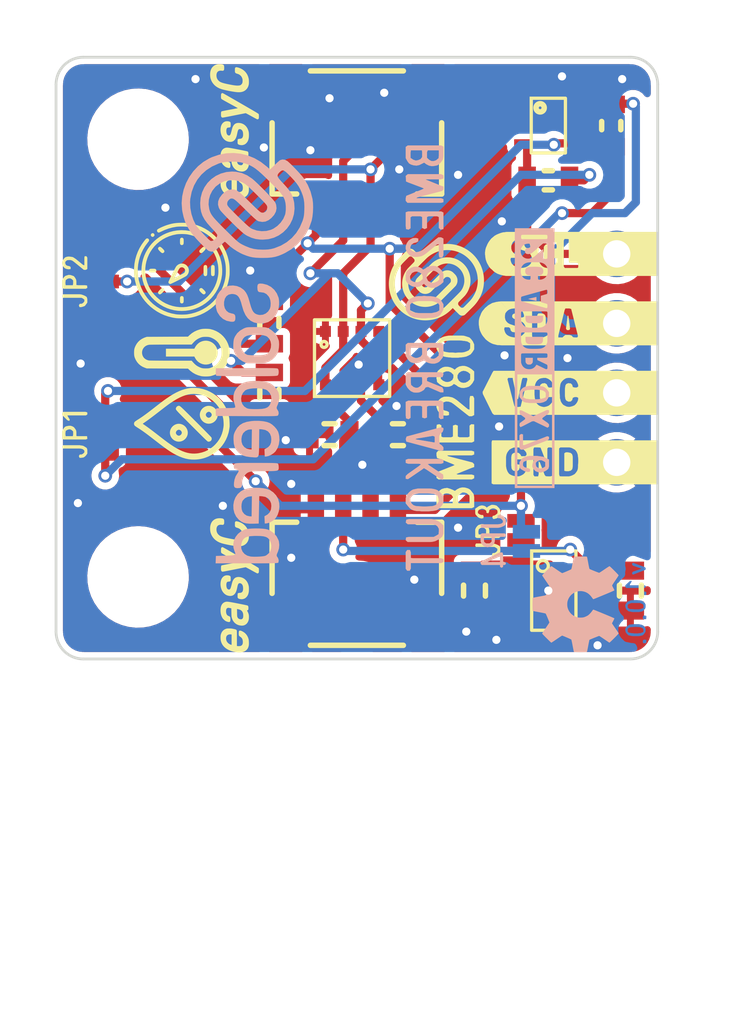
<source format=kicad_pcb>
(kicad_pcb (version 20210623) (generator pcbnew)
  (layers (0 "F.Cu" signal) (31 "B.Cu" signal) (34 "B.Paste" user) (35 "F.Paste" user) (36 "B.SilkS" user "B.Silkscreen") (37 "F.SilkS" user "F.Silkscreen") (38 "B.Mask" user) (39 "F.Mask" user) (44 "Edge.Cuts" user))
  (net 0 "")
  (net 1 "3V3")
  (net 2 "GND")
  (net 3 "5V")
  (net 4 "SDA_PULL5")
  (net 5 "SCL_PULL5")
  (net 6 "SDA_PULL3,3")
  (net 7 "SCL_PULL3,3")
  (net 8 "SDA3,3")
  (net 9 "SCL3,3")
  (net 10 "SCL5")
  (net 11 "SDA5")
  (net 13 "Net-(C3-Pad2)")
  (footprint "e-radionica.com footprinti:0603C" (layer "F.Cu") (at 112.5 121.8 180)
    (fp_text reference "C2")
    (fp_text value "0.1uF")
    (pad "1" smd rect locked (at -0.73 0 180) (size 0.66 1) (layers "F.Cu" "F.Paste" "F.Mask") (net 2 "GND"))
    (pad "2" smd rect locked (at 0.73 0 180) (size 0.66 1) (layers "F.Cu" "F.Paste" "F.Mask") (net 1 "3V3"))
  )
  (footprint "e-radionica.com footprinti:SMD-JUMPER-CONNECTED_TRACE_SLODERMASK" (layer "F.Cu") (at 117 125.3 90)
    (fp_text reference "JP3")
    (fp_text value "SMD-JUMPER-CONNECTED_TRACE_SLODERMASK")
    (fp_poly (pts (xy 0.1 0.1) (xy -0.1 0.1) (xy -0.1 -0.1) (xy 0.1 -0.1)) (layer "F.Cu") (width 0.1) (fill solid))
    (pad "1" smd rect (at -0.35 0 90) (size 0.5 1) (layers "F.Cu" "F.Mask") (net 13 "Net-(C3-Pad2)"))
    (pad "2" smd rect (at 0.35 0 90) (size 0.5 1) (layers "F.Cu" "F.Mask") (net 3 "5V"))
  )
  (footprint "e-radionica.com footprinti:0603R" (layer "F.Cu") (at 107.8 120.3 90)
    (fp_text reference "R1")
    (fp_text value "10k")
    (pad "1" smd rect locked (at -0.775 0 180) (size 1 0.64) (layers "F.Cu" "F.Paste" "F.Mask") (net 6 "SDA_PULL3,3"))
    (pad "2" smd rect locked (at 0.775 0 180) (size 1 0.64) (layers "F.Cu" "F.Paste" "F.Mask") (net 8 "SDA3,3"))
  )
  (footprint "e-radionica.com footprinti:FIDUCIAL_23" (layer "F.Cu") (at 111 128)
    (fp_text reference "FD1")
    (fp_text value "FIDUCIAL")
    (fp_circle (center 0 0) (end 1 0) (layer "F.Cu") (width 0.2) (fill none))
    (pad "1" smd circle (at 0 0) (size 1 1) (layers "F.Cu" "F.Paste" "F.Mask") (clearance 1.1))
  )
  (footprint "Soldered Graphics:Symbol-front-Pressure" (layer "F.Cu") (at 104.6 115.8 90)
    (fp_text reference "G***" hide)
    (fp_text value "LOGO" hide)
  )
  (footprint "Soldered Graphics:Logo-Back-OSH-3.5mm" (layer "F.Cu") (at 119 128 90)
    (fp_text reference "G***" hide)
    (fp_text value "LOGO" hide)
  )
  (footprint "e-radionica.com footprinti:HOLE_3.2mm" (layer "F.Cu") (at 103 111)
    (fp_text reference "H2" hide)
    (fp_text value "HOLE_3.2mm" hide)
    (pad "" np_thru_hole circle locked (at 0 0) (size 3.2 3.2) (drill 3.2) (layers F&B.Cu *.Mask))
  )
  (footprint "buzzardLabel" (layer "F.Cu") (at 122.4 122.81)
    (fp_text reference "" (at 0 0) (layer "F.SilkS") (effects (font (size 1.27 1.27))))
    (fp_text value "" (at 0 0) (layer "F.SilkS") (effects (font (size 1.27 1.27))))
  )
  (footprint "e-radionica.com footprinti:easyC-connector" (layer "F.Cu") (at 111 111.3)
    (fp_text reference "K1")
    (fp_text value "easyC-SMD")
    (pad "1" smd rect locked (at -1.5 2.15) (size 0.6 1.55) (layers "F.Cu" "F.Paste" "F.Mask") (net 9 "SCL3,3"))
    (pad "2" smd rect locked (at -0.5 2.15) (size 0.6 1.55) (layers "F.Cu" "F.Paste" "F.Mask") (net 8 "SDA3,3"))
    (pad "3" smd rect locked (at 0.5 2.15) (size 0.6 1.55) (layers "F.Cu" "F.Paste" "F.Mask") (net 1 "3V3"))
    (pad "4" smd rect locked (at 1.5 2.15) (size 0.6 1.55) (layers "F.Cu" "F.Paste" "F.Mask") (net 2 "GND"))
    (pad "5" smd rect locked (at -2.6 -2.15) (size 1.2 1.8) (layers "F.Cu" "F.Paste" "F.Mask") (net 2 "GND"))
    (pad "5" smd rect locked (at 2.6 -2.15) (size 1.2 1.8) (layers "F.Cu" "F.Paste" "F.Mask") (net 2 "GND"))
  )
  (footprint "e-radionica.com footprinti:0603R" (layer "F.Cu") (at 107.8 117.7 -90)
    (fp_text reference "R4")
    (fp_text value "10k")
    (pad "1" smd rect locked (at -0.775 0) (size 1 0.64) (layers "F.Cu" "F.Paste" "F.Mask") (net 9 "SCL3,3"))
    (pad "2" smd rect locked (at 0.775 0) (size 1 0.64) (layers "F.Cu" "F.Paste" "F.Mask") (net 7 "SCL_PULL3,3"))
  )
  (footprint "e-radionica.com footprinti:easyC-connector" (layer "F.Cu") (at 111 126.7 180)
    (fp_text reference "K3")
    (fp_text value "easyC-SMD")
    (pad "1" smd rect locked (at -1.5 2.15 180) (size 0.6 1.55) (layers "F.Cu" "F.Paste" "F.Mask") (net 9 "SCL3,3"))
    (pad "2" smd rect locked (at -0.5 2.15 180) (size 0.6 1.55) (layers "F.Cu" "F.Paste" "F.Mask") (net 8 "SDA3,3"))
    (pad "3" smd rect locked (at 0.5 2.15 180) (size 0.6 1.55) (layers "F.Cu" "F.Paste" "F.Mask") (net 1 "3V3"))
    (pad "4" smd rect locked (at 1.5 2.15 180) (size 0.6 1.55) (layers "F.Cu" "F.Paste" "F.Mask") (net 2 "GND"))
    (pad "5" smd rect locked (at -2.6 -2.15 180) (size 1.2 1.8) (layers "F.Cu" "F.Paste" "F.Mask") (net 2 "GND"))
    (pad "5" smd rect locked (at 2.6 -2.15 180) (size 1.2 1.8) (layers "F.Cu" "F.Paste" "F.Mask") (net 2 "GND"))
  )
  (footprint "e-radionica.com footprinti:SMD_JUMPER_3_PAD_TRACE" (layer "F.Cu") (at 101.8 121.8 -90)
    (fp_text reference "JP1")
    (fp_text value "SMD_JUMPER_3_PAD_TRACE")
    (fp_poly (pts (xy -0.25 0.05) (xy -0.45 0.05) (xy -0.45 -0.05) (xy -0.25 -0.05)) (layer "F.Cu") (width 0.1) (fill solid))
    (fp_poly (pts (xy 0.45 0.05) (xy 0.25 0.05) (xy 0.25 -0.05) (xy 0.45 -0.05)) (layer "F.Cu") (width 0.1) (fill solid))
    (pad "1" smd rect (at -0.7 0 90) (size 0.5 1) (layers "F.Cu" "F.Mask") (net 5 "SCL_PULL5"))
    (pad "2" smd custom (at 0 0 90) (size 0.5 1) (layers "F.Cu" "F.Mask") (net 3 "5V") (options (clearance outline) (anchor rect)) (primitives))
    (pad "3" smd rect (at 0.7 0 90) (size 0.5 1) (layers "F.Cu" "F.Mask") (net 4 "SDA_PULL5"))
  )
  (footprint "e-radionica.com footprinti:0603C" (layer "F.Cu") (at 110 121.8)
    (fp_text reference "C1")
    (fp_text value "0.1uF")
    (pad "1" smd rect locked (at -0.73 0) (size 0.66 1) (layers "F.Cu" "F.Paste" "F.Mask") (net 2 "GND"))
    (pad "2" smd rect locked (at 0.73 0) (size 0.66 1) (layers "F.Cu" "F.Paste" "F.Mask") (net 1 "3V3"))
  )
  (footprint "e-radionica.com footprinti:SOT-23-5" (layer "F.Cu") (at 118.2 127.5)
    (fp_text reference "U3")
    (fp_text value "SE5218")
    (pad "1" smd rect (at -1.3 -0.95) (size 1.1 0.6) (layers "F.Cu" "F.Paste" "F.Mask") (net 13 "Net-(C3-Pad2)"))
    (pad "2" smd rect (at -1.3 0) (size 1.1 0.6) (layers "F.Cu" "F.Paste" "F.Mask") (net 2 "GND"))
    (pad "3" smd rect (at -1.3 0.95) (size 1.1 0.6) (layers "F.Cu" "F.Paste" "F.Mask") (net 13 "Net-(C3-Pad2)"))
    (pad "4" smd rect (at 1.3 0.95) (size 1.1 0.6) (layers "F.Cu" "F.Paste" "F.Mask"))
    (pad "5" smd rect (at 1.3 -0.95) (size 1.1 0.6) (layers "F.Cu" "F.Paste" "F.Mask") (net 1 "3V3"))
  )
  (footprint "Soldered Graphics:Logo-Front-easyC-5mm" (layer "F.Cu") (at 106.5 110.7 90)
    (fp_text reference "G***" hide)
    (fp_text value "LOGO" hide)
  )
  (footprint "buzzardLabel" (layer "F.Cu") (at 122.4 117.73)
    (fp_text reference "" (at 0 0) (layer "F.SilkS") (effects (font (size 1.27 1.27))))
    (fp_text value "" (at 0 0) (layer "F.SilkS") (effects (font (size 1.27 1.27))))
  )
  (footprint "Soldered Graphics:Symbol-Front-Temperature" (layer "F.Cu") (at 104.6 118.8 90)
    (fp_text reference "G***" hide)
    (fp_text value "LOGO" hide)
  )
  (footprint "Soldered Graphics:Logo-Front-easyC-5mm" (layer "F.Cu") (at 106.5 127.3 90)
    (fp_text reference "G***" hide)
    (fp_text value "LOGO" hide)
  )
  (footprint "buzzardLabel" (layer "F.Cu") (at 100.7 121.8 90)
    (fp_text reference "" (at 0 0 90) (layer "F.SilkS") (effects (font (size 1.27 1.27))))
    (fp_text value "" (at 0 0 90) (layer "F.SilkS") (effects (font (size 1.27 1.27))))
  )
  (footprint "Soldered Graphics:Symbol-Front-Humidity" (layer "F.Cu") (at 104.6 121.4 90)
    (fp_text reference "G***" hide)
    (fp_text value "LOGO" hide)
  )
  (footprint "e-radionica.com footprinti:SOT-363" (layer "F.Cu") (at 118 110.5)
    (fp_text reference "U1")
    (fp_text value "NMOS-DUAL")
    (pad "1" smd rect (at -0.92 -0.65 90) (size 0.3 0.66) (layers "F.Cu" "F.Paste" "F.Mask") (net 8 "SDA3,3"))
    (pad "2" smd rect (at -0.92 0 90) (size 0.3 0.66) (layers "F.Cu" "F.Paste" "F.Mask") (net 1 "3V3"))
    (pad "3" smd rect (at -0.92 0.65 90) (size 0.3 0.66) (layers "F.Cu" "F.Paste" "F.Mask") (net 10 "SCL5"))
    (pad "4" smd rect (at 0.92 0.65 90) (size 0.3 0.66) (layers "F.Cu" "F.Paste" "F.Mask") (net 9 "SCL3,3"))
    (pad "5" smd rect (at 0.92 0 90) (size 0.3 0.66) (layers "F.Cu" "F.Paste" "F.Mask") (net 1 "3V3"))
    (pad "6" smd rect (at 0.92 -0.65 90) (size 0.3 0.66) (layers "F.Cu" "F.Paste" "F.Mask") (net 11 "SDA5"))
  )
  (footprint "buzzardLabel" (layer "F.Cu") (at 100.7 116.2 90)
    (fp_text reference "" (at 0 0 90) (layer "F.SilkS") (effects (font (size 1.27 1.27))))
    (fp_text value "" (at 0 0 90) (layer "F.SilkS") (effects (font (size 1.27 1.27))))
  )
  (footprint "e-radionica.com footprinti:BME280" (layer "F.Cu") (at 111 119 90)
    (fp_text reference "U2")
    (fp_text value "BME280")
    (pad "1" smd rect (at 0.975 -1.15 90) (size 0.4 0.4) (layers "F.Cu" "F.Paste" "F.Mask") (net 2 "GND"))
    (pad "2" smd rect (at 0.975 -0.5 90) (size 0.4 0.4) (layers "F.Cu" "F.Paste" "F.Mask") (net 1 "3V3"))
    (pad "3" smd rect (at 0.975 0.15 90) (size 0.4 0.4) (layers "F.Cu" "F.Paste" "F.Mask") (net 8 "SDA3,3"))
    (pad "4" smd rect (at 0.975 0.8 90) (size 0.4 0.4) (layers "F.Cu" "F.Paste" "F.Mask") (net 9 "SCL3,3"))
    (pad "5" smd rect (at -0.975 0.8 90) (size 0.4 0.4) (layers "F.Cu" "F.Paste" "F.Mask") (net 2 "GND"))
    (pad "6" smd rect (at -0.975 0.15 90) (size 0.4 0.4) (layers "F.Cu" "F.Paste" "F.Mask") (net 1 "3V3"))
    (pad "7" smd rect (at -0.975 -0.5 90) (size 0.4 0.4) (layers "F.Cu" "F.Paste" "F.Mask") (net 2 "GND"))
    (pad "8" smd rect (at -0.975 -1.15 90) (size 0.4 0.4) (layers "F.Cu" "F.Paste" "F.Mask") (net 1 "3V3"))
  )
  (footprint "Soldered Graphics:Logo-Front-Soldered-3.5mm" (layer "F.Cu") (at 113.91 116.22 90)
    (fp_text reference "G***" hide)
    (fp_text value "LOGO" hide)
  )
  (footprint "buzzardLabel" (layer "F.Cu") (at 115.8 125.3 90)
    (fp_text reference "" (at 0 0 90) (layer "F.SilkS") (effects (font (size 1.27 1.27))))
    (fp_text value "" (at 0 0 90) (layer "F.SilkS") (effects (font (size 1.27 1.27))))
  )
  (footprint "e-radionica.com footprinti:SMD_JUMPER_3_PAD_TRACE" (layer "F.Cu") (at 101.8 116.2 -90)
    (fp_text reference "JP2")
    (fp_text value "SMD_JUMPER_3_PAD_TRACE")
    (fp_poly (pts (xy -0.25 0.05) (xy -0.45 0.05) (xy -0.45 -0.05) (xy -0.25 -0.05)) (layer "F.Cu") (width 0.1) (fill solid))
    (fp_poly (pts (xy 0.45 0.05) (xy 0.25 0.05) (xy 0.25 -0.05) (xy 0.45 -0.05)) (layer "F.Cu") (width 0.1) (fill solid))
    (pad "1" smd rect (at -0.7 0 90) (size 0.5 1) (layers "F.Cu" "F.Mask") (net 7 "SCL_PULL3,3"))
    (pad "2" smd custom (at 0 0 90) (size 0.5 1) (layers "F.Cu" "F.Mask") (net 1 "3V3") (options (clearance outline) (anchor rect)) (primitives))
    (pad "3" smd rect (at 0.7 0 90) (size 0.5 1) (layers "F.Cu" "F.Mask") (net 6 "SDA_PULL3,3"))
  )
  (footprint "e-radionica.com footprinti:0603R" (layer "F.Cu") (at 120.3 110.5 -90)
    (fp_text reference "R3")
    (fp_text value "10k")
    (pad "1" smd rect locked (at -0.775 0) (size 1 0.64) (layers "F.Cu" "F.Paste" "F.Mask") (net 11 "SDA5"))
    (pad "2" smd rect locked (at 0.775 0) (size 1 0.64) (layers "F.Cu" "F.Paste" "F.Mask") (net 4 "SDA_PULL5"))
  )
  (footprint "Soldered Graphics:Logo-Back-SolderedFULL-15mm" (layer "F.Cu") (at 107 119 90)
    (fp_text reference "REF**" hide)
    (fp_text value "Logo-Front-SolderedFULL-15mm" hide)
  )
  (footprint "buzzardLabel" (layer "F.Cu") (at 114.625 121.33 90)
    (fp_text reference "" (at 0 0 90) (layer "F.SilkS") (effects (font (size 1.27 1.27))))
    (fp_text value "" (at 0 0 90) (layer "F.SilkS") (effects (font (size 1.27 1.27))))
  )
  (footprint "buzzardLabel" (layer "F.Cu") (at 122.4 120.27)
    (fp_text reference "" (at 0 0) (layer "F.SilkS") (effects (font (size 1.27 1.27))))
    (fp_text value "" (at 0 0) (layer "F.SilkS") (effects (font (size 1.27 1.27))))
  )
  (footprint "buzzardLabel" (layer "F.Cu") (at 122.4 115.19)
    (fp_text reference "" (at 0 0) (layer "F.SilkS") (effects (font (size 1.27 1.27))))
    (fp_text value "" (at 0 0) (layer "F.SilkS") (effects (font (size 1.27 1.27))))
  )
  (footprint "e-radionica.com footprinti:0603C" (layer "F.Cu") (at 121 127.5 90)
    (fp_text reference "C4")
    (fp_text value "2.2uF")
    (pad "1" smd rect locked (at -0.73 0 90) (size 0.66 1) (layers "F.Cu" "F.Paste" "F.Mask") (net 2 "GND"))
    (pad "2" smd rect locked (at 0.73 0 90) (size 0.66 1) (layers "F.Cu" "F.Paste" "F.Mask") (net 1 "3V3"))
  )
  (footprint "e-radionica.com footprinti:HOLE_3.2mm" (layer "F.Cu") (at 103 127)
    (fp_text reference "H1" hide)
    (fp_text value "HOLE_3.2mm" hide)
    (pad "" np_thru_hole circle locked (at 0 0) (size 3.2 3.2) (drill 3.2) (layers F&B.Cu *.Mask))
  )
  (footprint "e-radionica.com footprinti:0603C" (layer "F.Cu") (at 115.3 127.5 90)
    (fp_text reference "C3")
    (fp_text value "2.2uF")
    (pad "1" smd rect locked (at -0.73 0 90) (size 0.66 1) (layers "F.Cu" "F.Paste" "F.Mask") (net 2 "GND"))
    (pad "2" smd rect locked (at 0.73 0 90) (size 0.66 1) (layers "F.Cu" "F.Paste" "F.Mask") (net 13 "Net-(C3-Pad2)"))
  )
  (footprint "e-radionica.com footprinti:0603R" (layer "F.Cu") (at 118 112.5 180)
    (fp_text reference "R2")
    (fp_text value "10k")
    (pad "1" smd rect locked (at -0.775 0 270) (size 1 0.64) (layers "F.Cu" "F.Paste" "F.Mask") (net 5 "SCL_PULL5"))
    (pad "2" smd rect locked (at 0.775 0 270) (size 1 0.64) (layers "F.Cu" "F.Paste" "F.Mask") (net 10 "SCL5"))
  )
  (footprint "buzzardLabel" (layer "B.Cu") (at 117.5 121.6 -90)
    (fp_text reference "" (at 0 0 -90) (layer "B.SilkS") (effects (font (size 1.27 1.27)) (justify mirror)))
    (fp_text value "" (at 0 0 -90) (layer "B.SilkS") (effects (font (size 1.27 1.27)) (justify mirror)))
  )
  (footprint "Soldered Graphics:Symbol-Front-I2C-ADDR-Field" (layer "B.Cu") (at 117.5 119 -90)
    (fp_text reference "REF**" hide)
    (fp_text value "Symbol-Front-I2C-ADDR-Field" hide)
  )
  (footprint "e-radionica.com footprinti:HEADER_MALE_4X1" (layer "B.Cu") (at 120.5 119 90)
    (fp_text reference "K2")
    (fp_text value "HEADER_MALE_4X1")
    (pad "1" thru_hole circle locked (at -3.81 0 90) (size 1.7 1.7) (drill 1) (layers *.Cu *.Mask) (net 2 "GND"))
    (pad "2" thru_hole circle locked (at -1.27 0 90) (size 1.7 1.7) (drill 1) (layers *.Cu *.Mask) (net 3 "5V"))
    (pad "3" thru_hole circle locked (at 1.27 0 90) (size 1.7 1.7) (drill 1) (layers *.Cu *.Mask) (net 11 "SDA5"))
    (pad "4" thru_hole circle locked (at 3.81 0 90) (size 1.7 1.7) (drill 1) (layers *.Cu *.Mask) (net 10 "SCL5"))
  )
  (footprint "Soldered Graphics:Version1.0.0." (layer "B.Cu") (at 121.2 128 -90)
    (fp_text reference "Ref**" hide)
    (fp_text value "Val**" hide)
    (fp_poly (pts (xy -0.44 -0.38) (xy -0.39 -0.38) (xy -0.34 -0.37) (xy -0.34 -0.33) (xy -0.34 -0.27) (xy -0.38 -0.26) (xy -0.43 -0.26) (xy -0.46 -0.29) (xy -0.46 -0.34) (xy -0.44 -0.38)) (layer "B.Cu") (width 0.01) (fill solid))
    (fp_poly (pts (xy -0.67 -0.35) (xy -0.62 -0.35) (xy -0.6 -0.31) (xy -0.6 0.35) (xy -0.64 0.38) (xy -0.69 0.38) (xy -0.73 0.34) (xy -0.84 0.22) (xy -0.86 0.17) (xy -0.83 0.16) (xy -0.73 0.22) (xy -0.69 0.23) (xy -0.69 -0.31) (xy -0.67 -0.35)) (layer "B.Cu") (width 0.01) (fill solid))
    (fp_poly (pts (xy 1.31 -0.38) (xy 1.36 -0.38) (xy 1.41 -0.37) (xy 1.42 -0.33) (xy 1.42 -0.27) (xy 1.38 -0.26) (xy 1.33 -0.26) (xy 1.3 -0.29) (xy 1.3 -0.34) (xy 1.31 -0.38)) (layer "B.Cu") (width 0.01) (fill solid))
    (fp_poly (pts (xy 0.93 -0.35) (xy 0.99 -0.35) (xy 1.04 -0.33) (xy 1.01 -0.28) (xy 0.91 -0.28) (xy 0.87 -0.25) (xy 0.85 -0.2) (xy 0.83 -0.15) (xy 0.83 -0.11) (xy 0.82 0.01) (xy 0.83 0.13) (xy 0.83 0.17) (xy 0.84 0.22) (xy 0.87 0.27) (xy 0.9 0.3) (xy 1.01 0.3) (xy 1.04 0.26) (xy 1.05 0.21) (xy 1.06 0.15) (xy 1.07 0.05) (xy 1.07 -0.08) (xy 1.06 -0.12) (xy 1.06 -0.17) (xy 1.04 -0.22) (xy 1.02 -0.27) (xy 1.01 -0.28) (xy 1.05 -0.32) (xy 1.09 -0.29) (xy 1.12 -0.26) (xy 1.14 -0.22) (xy 1.15 -0.16) (xy 1.16 -0.11) (xy 1.16 -0.06) (xy 1.16 0.06) (xy 1.16 0.12) (xy 1.15 0.17) (xy 1.14 0.22) (xy 1.13 0.27) (xy 1.1 0.3) (xy 1.06 0.34) (xy 1.01 0.37) (xy 0.95 0.38) (xy 0.9 0.38) (xy 0.84 0.35) (xy 0.8 0.31) (xy 0.78 0.28) (xy 0.75 0.23) (xy 0.74 0.18) (xy 0.74 0.13) (xy 0.73 0.08) (xy 0.73 -0.04) (xy 0.73 -0.1) (xy 0.74 -0.14) (xy 0.75 -0.2) (xy 0.77 -0.25) (xy 0.79 -0.28) (xy 0.83 -0.32) (xy 0.89 -0.35) (xy 0.93 -0.35)) (layer "B.Cu") (width 0.01) (fill solid))
    (fp_poly (pts (xy 0.06 -0.35) (xy 0.11 -0.35) (xy 0.17 -0.33) (xy 0.13 -0.28) (xy 0.03 -0.28) (xy -0.01 -0.25) (xy -0.03 -0.2) (xy -0.05 -0.15) (xy -0.05 -0.11) (xy -0.05 0.01) (xy -0.05 0.13) (xy -0.05 0.17) (xy -0.03 0.22) (xy -0.01 0.27) (xy 0.02 0.3) (xy 0.13 0.3) (xy 0.16 0.26) (xy 0.18 0.21) (xy 0.18 0.15) (xy 0.19 0.05) (xy 0.19 -0.08) (xy 0.19 -0.12) (xy 0.18 -0.17) (xy 0.16 -0.22) (xy 0.14 -0.27) (xy 0.14 -0.28) (xy 0.17 -0.32) (xy 0.21 -0.29) (xy 0.24 -0.26) (xy 0.26 -0.22) (xy 0.27 -0.16) (xy 0.28 -0.11) (xy 0.28 -0.06) (xy 0.28 0.06) (xy 0.28 0.12) (xy 0.27 0.17) (xy 0.26 0.22) (xy 0.25 0.27) (xy 0.22 0.3) (xy 0.19 0.34) (xy 0.13 0.37) (xy 0.08 0.38) (xy 0.02 0.38) (xy -0.03 0.35) (xy -0.08 0.31) (xy -0.1 0.28) (xy -0.12 0.23) (xy -0.14 0.18) (xy -0.14 0.13) (xy -0.15 0.08) (xy -0.15 -0.04) (xy -0.14 -0.1) (xy -0.14 -0.14) (xy -0.13 -0.2) (xy -0.11 -0.25) (xy -0.08 -0.28) (xy -0.05 -0.32) (xy 0.01 -0.35) (xy 0.06 -0.35)) (layer "B.Cu") (width 0.01) (fill solid))
    (fp_poly (pts (xy -1.33 -0.35) (xy -1.27 -0.35) (xy -1.25 -0.31) (xy -1.09 0.1) (xy -1.11 0.13) (xy -1.16 0.13) (xy -1.19 0.1) (xy -1.28 -0.16) (xy -1.3 -0.21) (xy -1.32 -0.17) (xy -1.41 0.09) (xy -1.44 0.13) (xy -1.49 0.13) (xy -1.51 0.1) (xy -1.36 -0.31) (xy -1.33 -0.35)) (layer "B.Cu") (width 0.01) (fill solid))
    (fp_poly (pts (xy 0.43 -0.38) (xy 0.48 -0.38) (xy 0.54 -0.37) (xy 0.54 -0.33) (xy 0.54 -0.27) (xy 0.5 -0.26) (xy 0.45 -0.26) (xy 0.42 -0.29) (xy 0.42 -0.34) (xy 0.43 -0.38)) (layer "B.Cu") (width 0.01) (fill solid))
  )
  (footprint "e-radionica.com footprinti:SMD_JUMPER" (layer "B.Cu") (at 117.2 125.7 -90)
    (fp_text reference "JP4")
    (fp_text value "SMD_JUMPER")
    (pad "1" smd rect locked (at -0.35 0 270) (size 0.5 1) (layers "B.Cu" "B.Mask") (net 3 "5V"))
    (pad "2" smd rect locked (at 0.35 0 270) (size 0.5 1) (layers "B.Cu" "B.Mask") (net 1 "3V3"))
  )
  (footprint "buzzardLabel" (layer "B.Cu") (at 116 125.7 -90)
    (fp_text reference "" (at 0 0 90) (layer "B.SilkS") (effects (font (size 1.27 1.27)) (justify mirror)))
    (fp_text value "" (at 0 0 90) (layer "B.SilkS") (effects (font (size 1.27 1.27)) (justify mirror)))
  )
  (footprint "buzzardLabel" (layer "B.Cu") (at 113.5 119 -90)
    (fp_text reference "" (at 0 0 90) (layer "B.SilkS") (effects (font (size 1.27 1.27)) (justify mirror)))
    (fp_text value "" (at 0 0 90) (layer "B.SilkS") (effects (font (size 1.27 1.27)) (justify mirror)))
  )
  (gr_line (start 122 129) (end 122 109) (layer "Edge.Cuts") (width 0.1))
  (gr_arc (start 101 109) (end 100 109) (angle 90) (layer "Edge.Cuts") (width 0.1))
  (gr_line (start 101 108) (end 121 108) (layer "Edge.Cuts") (width 0.1))
  (gr_line (start 100 129) (end 100 109) (layer "Edge.Cuts") (width 0.1))
  (gr_arc (start 101 129) (end 101 130) (angle 90) (layer "Edge.Cuts") (width 0.1))
  (gr_arc (start 121 129) (end 121 130) (angle -90) (layer "Edge.Cuts") (width 0.1))
  (gr_arc (start 121 109) (end 121 108) (angle 90) (layer "Edge.Cuts") (width 0.1))
  (gr_line (start 121 130) (end 101 130) (layer "Edge.Cuts") (width 0.1))
  (segment (start 110.73 121.8) (end 111.77 121.8) (width 0.3) (layer "F.Cu") (net 1))
  (segment (start 118.8 126) (end 119.35 126.55) (width 0.3) (layer "F.Cu") (net 1))
  (segment (start 109.85 119.35) (end 110.5 118.7) (width 0.3) (layer "F.Cu") (net 1))
  (segment (start 109.85 119.975) (end 109.85 119.35) (width 0.3) (layer "F.Cu") (net 1))
  (segment (start 111.5 114.9) (end 110.5 115.9) (width 0.3) (layer "F.Cu") (net 1))
  (segment (start 110.5 115.9) (end 110.5 118.025) (width 0.3) (layer "F.Cu") (net 1))
  (segment (start 110.5 118.7) (end 110.5 118.025) (width 0.3) (layer "F.Cu") (net 1))
  (segment (start 111.77 121.8) (end 111.77 121.17) (width 0.3) (layer "F.Cu") (net 1))
  (segment (start 116.4 110.5) (end 117.08 110.5) (width 0.3) (layer "F.Cu") (net 1))
  (segment (start 115.6 111.3) (end 116.4 110.5) (width 0.3) (layer "F.Cu") (net 1))
  (segment (start 110.5 124.55) (end 110.5 122.03) (width 0.3) (layer "F.Cu") (net 1))
  (segment (start 111.5 113.45) (end 111.5 114.9) (width 0.3) (layer "F.Cu") (net 1))
  (segment (start 111.5 112.1) (end 112.3 111.3) (width 0.3) (layer "F.Cu") (net 1))
  (segment (start 102.6 116.2) (end 101.8 116.2) (width 0.3) (layer "F.Cu") (net 1))
  (segment (start 109.85 120.45) (end 109.85 119.975) (width 0.3) (layer "F.Cu") (net 1))
  (segment (start 119.35 126.55) (end 120.58 126.55) (width 0.3) (layer "F.Cu") (net 1))
  (segment (start 120.58 126.55) (end 120.8 126.77) (width 0.3) (layer "F.Cu") (net 1))
  (segment (start 111.15 120.55) (end 111.15 119.975) (width 0.3) (layer "F.Cu") (net 1))
  (segment (start 117.08 110.5) (end 118.92 110.5) (width 0.3) (layer "F.Cu") (net 1))
  (segment (start 110.5 126) (end 110.5 124.55) (width 0.3) (layer "F.Cu") (net 1))
  (segment (start 111.5 113.45) (end 111.5 112.1) (width 0.3) (layer "F.Cu") (net 1))
  (segment (start 110.73 121.8) (end 110.73 121.33) (width 0.3) (layer "F.Cu") (net 1))
  (segment (start 111.77 121.17) (end 111.15 120.55) (width 0.3) (layer "F.Cu") (net 1))
  (segment (start 110.73 121.33) (end 109.85 120.45) (width 0.3) (layer "F.Cu") (net 1))
  (segment (start 112.3 111.3) (end 115.6 111.3) (width 0.3) (layer "F.Cu") (net 1))
  (segment (start 110.5 122.03) (end 110.73 121.8) (width 0.3) (layer "F.Cu") (net 1))
  (via (at 111.5 112.1) (size 0.5) (drill 0.3) (layers "F.Cu" "B.Cu") (net 1))
  (via (at 118.8 126) (size 0.5) (drill 0.3) (layers "F.Cu" "B.Cu") (net 1))
  (via (at 110.5 126) (size 0.5) (drill 0.3) (layers "F.Cu" "B.Cu") (net 1))
  (via (at 102.6 116.2) (size 0.5) (drill 0.3) (layers "F.Cu" "B.Cu") (net 1))
  (segment (start 118.75 126.05) (end 117.2 126.05) (width 0.3) (layer "B.Cu") (net 1))
  (segment (start 102.6 116.2) (end 104.5 116.2) (width 0.3) (layer "B.Cu") (net 1))
  (segment (start 110.5 126) (end 110.55 126.05) (width 0.3) (layer "B.Cu") (net 1))
  (segment (start 104.5 116.2) (end 108.6 112.1) (width 0.3) (layer "B.Cu") (net 1))
  (segment (start 110.55 126.05) (end 117.2 126.05) (width 0.3) (layer "B.Cu") (net 1))
  (segment (start 108.6 112.1) (end 111.5 112.1) (width 0.3) (layer "B.Cu") (net 1))
  (segment (start 118.8 126) (end 118.75 126.05) (width 0.3) (layer "B.Cu") (net 1))
  (via (at 100.9 119.2) (size 0.5) (drill 0.3) (layers "F.Cu" "B.Cu") (net 2))
  (via (at 118.7 119) (size 0.5) (drill 0.3) (layers "F.Cu" "B.Cu") (net 2))
  (via (at 118 127.5) (size 0.5) (drill 0.3) (layers "F.Cu" "B.Cu") (net 2))
  (via (at 108.6 123.6) (size 0.5) (drill 0.3) (layers "F.Cu" "B.Cu") (net 2))
  (via (at 112.55 112.1) (size 0.5) (drill 0.3) (layers "F.Cu" "B.Cu") (net 2))
  (via (at 107.6 111.3) (size 0.5) (drill 0.3) (layers "F.Cu" "B.Cu") (net 2))
  (via (at 116.2 121.5) (size 0.5) (drill 0.3) (layers "F.Cu" "B.Cu") (net 2))
  (via (at 115 129) (size 0.5) (drill 0.3) (layers "F.Cu" "B.Cu") (net 2))
  (via (at 114.7 125.2) (size 0.5) (drill 0.3) (layers "F.Cu" "B.Cu") (net 2))
  (via (at 106.1 124.4) (size 0.5) (drill 0.3) (layers "F.Cu" "B.Cu") (net 2))
  (via (at 108.4 122) (size 0.5) (drill 0.3) (layers "F.Cu" "B.Cu") (net 2))
  (via (at 120.7 108.8) (size 0.5) (drill 0.3) (layers "F.Cu" "B.Cu") (net 2))
  (via (at 112 109.3) (size 0.5) (drill 0.3) (layers "F.Cu" "B.Cu") (net 2))
  (via (at 111.065387 119.236825) (size 0.5) (drill 0.3) (layers "F.Cu" "B.Cu") (net 2))
  (via (at 116.4 118.9) (size 0.5) (drill 0.3) (layers "F.Cu" "B.Cu") (net 2))
  (via (at 100.8 124.3) (size 0.5) (drill 0.3) (layers "F.Cu" "B.Cu") (net 2))
  (via (at 113.1 127.1) (size 0.5) (drill 0.3) (layers "F.Cu" "B.Cu") (net 2))
  (via (at 116.1 129.3) (size 0.5) (drill 0.3) (layers "F.Cu" "B.Cu") (net 2))
  (via (at 116.3 114) (size 0.5) (drill 0.3) (layers "F.Cu" "B.Cu") (net 2))
  (via (at 107.1 115.8) (size 0.5) (drill 0.3) (layers "F.Cu" "B.Cu") (net 2))
  (via (at 118.5 108.7) (size 0.5) (drill 0.3) (layers "F.Cu" "B.Cu") (net 2))
  (via (at 112.45 120.75) (size 0.5) (drill 0.3) (layers "F.Cu" "B.Cu") (net 2))
  (via (at 111.2 122.9) (size 0.5) (drill 0.3) (layers "F.Cu" "B.Cu") (net 2))
  (via (at 119.8 129.5) (size 0.5) (drill 0.3) (layers "F.Cu" "B.Cu") (net 2))
  (via (at 104 113.5) (size 0.5) (drill 0.3) (layers "F.Cu" "B.Cu") (net 2))
  (via (at 110 109.5) (size 0.5) (drill 0.3) (layers "F.Cu" "B.Cu") (net 2))
  (via (at 105.1 108.8) (size 0.5) (drill 0.3) (layers "F.Cu" "B.Cu") (net 2))
  (via (at 114.7 112.3) (size 0.5) (drill 0.3) (layers "F.Cu" "B.Cu") (net 2))
  (via (at 108.6 126.3) (size 0.5) (drill 0.3) (layers "F.Cu" "B.Cu") (net 2))
  (via (at 109.3 111.4) (size 0.5) (drill 0.3) (layers "F.Cu" "B.Cu") (net 2))
  (segment (start 118.63 120.27) (end 117 121.9) (width 0.3) (layer "F.Cu") (net 3))
  (segment (start 120.5 120.27) (end 118.63 120.27) (width 0.3) (layer "F.Cu") (net 3))
  (segment (start 117 121.9) (end 117 124.95) (width 0.3) (layer "F.Cu") (net 3))
  (segment (start 107.3 123.5) (end 105.6 121.8) (width 0.3) (layer "F.Cu") (net 3))
  (segment (start 105.6 121.8) (end 101.8 121.8) (width 0.3) (layer "F.Cu") (net 3))
  (via (at 107.3 123.5) (size 0.5) (drill 0.3) (layers "F.Cu" "B.Cu") (net 3))
  (via (at 117 124.4) (size 0.5) (drill 0.3) (layers "F.Cu" "B.Cu") (net 3))
  (segment (start 107.3 123.5) (end 108.2 124.4) (width 0.3) (layer "B.Cu") (net 3))
  (segment (start 117 124.4) (end 117 125.15) (width 0.3) (layer "B.Cu") (net 3))
  (segment (start 117 125.15) (end 117.2 125.35) (width 0.3) (layer "B.Cu") (net 3))
  (segment (start 108.2 124.4) (end 117 124.4) (width 0.3) (layer "B.Cu") (net 3))
  (segment (start 118.5 113.7) (end 119.6 113.7) (width 0.3) (layer "F.Cu") (net 4))
  (segment (start 120.3 113) (end 120.3 111.275) (width 0.3) (layer "F.Cu") (net 4))
  (segment (start 101.8 122.5) (end 101.8 123.3) (width 0.3) (layer "F.Cu") (net 4))
  (segment (start 119.6 113.7) (end 120.3 113) (width 0.3) (layer "F.Cu") (net 4))
  (via (at 101.8 123.3) (size 0.5) (drill 0.3) (layers "F.Cu" "B.Cu") (net 4))
  (via (at 118.5 113.7) (size 0.5) (drill 0.3) (layers "F.Cu" "B.Cu") (net 4))
  (segment (start 109.4 122.7) (end 118.4 113.7) (width 0.3) (layer "B.Cu") (net 4))
  (segment (start 101.8 123.3) (end 102.4 122.7) (width 0.3) (layer "B.Cu") (net 4))
  (segment (start 102.4 122.7) (end 109.4 122.7) (width 0.3) (layer "B.Cu") (net 4))
  (segment (start 118.4 113.7) (end 118.5 113.7) (width 0.3) (layer "B.Cu") (net 4))
  (segment (start 101.8 121.1) (end 101.8 120.3) (width 0.3) (layer "F.Cu") (net 5))
  (segment (start 119.3 112.5) (end 119.5 112.3) (width 0.3) (layer "F.Cu") (net 5))
  (segment (start 101.8 120.3) (end 101.9 120.2) (width 0.3) (layer "F.Cu") (net 5))
  (segment (start 118.775 112.5) (end 119.3 112.5) (width 0.3) (layer "F.Cu") (net 5))
  (via (at 101.9 120.2) (size 0.5) (drill 0.3) (layers "F.Cu" "B.Cu") (net 5))
  (via (at 119.5 112.3) (size 0.5) (drill 0.3) (layers "F.Cu" "B.Cu") (net 5))
  (segment (start 101.9 120.2) (end 109.1 120.2) (width 0.3) (layer "B.Cu") (net 5))
  (segment (start 109.1 120.2) (end 117 112.3) (width 0.3) (layer "B.Cu") (net 5))
  (segment (start 117 112.3) (end 119.5 112.3) (width 0.3) (layer "B.Cu") (net 5))
  (segment (start 107.8 121.075) (end 106.375 121.075) (width 0.3) (layer "F.Cu") (net 6))
  (segment (start 102.2 116.9) (end 101.8 116.9) (width 0.3) (layer "F.Cu") (net 6))
  (segment (start 106.375 121.075) (end 102.2 116.9) (width 0.3) (layer "F.Cu") (net 6))
  (segment (start 106.475 118.475) (end 103.5 115.5) (width 0.3) (layer "F.Cu") (net 7))
  (segment (start 107.8 118.475) (end 106.475 118.475) (width 0.3) (layer "F.Cu") (net 7))
  (segment (start 103.5 115.5) (end 101.8 115.5) (width 0.3) (layer "F.Cu") (net 7))
  (segment (start 109.3 115.9) (end 110.5 114.7) (width 0.3) (layer "F.Cu") (net 8))
  (segment (start 111.5 123.6) (end 111.8 123.3) (width 0.3) (layer "F.Cu") (net 8))
  (segment (start 114.9 110.7) (end 115.75 109.85) (width 0.3) (layer "F.Cu") (net 8))
  (segment (start 106.825 119.525) (end 107.8 119.525) (width 0.3) (layer "F.Cu") (net 8))
  (segment (start 115.75 109.85) (end 117.08 109.85) (width 0.3) (layer "F.Cu") (net 8))
  (segment (start 111.8 123.3) (end 114 123.3) (width 0.3) (layer "F.Cu") (net 8))
  (segment (start 111.15 118.025) (end 111.15 117.25) (width 0.3) (layer "F.Cu") (net 8))
  (segment (start 114.7 122.6) (end 114.7 121) (width 0.3) (layer "F.Cu") (net 8))
  (segment (start 110.5 114.7) (end 110.5 113.45) (width 0.3) (layer "F.Cu") (net 8))
  (segment (start 110.5 113.45) (end 110.5 111.8) (width 0.3) (layer "F.Cu") (net 8))
  (segment (start 112.5 118.8) (end 111.6 118.8) (width 0.3) (layer "F.Cu") (net 8))
  (segment (start 111.15 117.25) (end 111.4 117) (width 0.3) (layer "F.Cu") (net 8))
  (segment (start 114 123.3) (end 114.7 122.6) (width 0.3) (layer "F.Cu") (net 8))
  (segment (start 106.4 119.1) (end 106.825 119.525) (width 0.3) (layer "F.Cu") (net 8))
  (segment (start 111.5 124.55) (end 111.5 123.6) (width 0.3) (layer "F.Cu") (net 8))
  (segment (start 114.7 121) (end 112.5 118.8) (width 0.3) (layer "F.Cu") (net 8))
  (segment (start 110.5 111.8) (end 111.6 110.7) (width 0.3) (layer "F.Cu") (net 8))
  (segment (start 111.6 110.7) (end 114.9 110.7) (width 0.3) (layer "F.Cu") (net 8))
  (segment (start 111.6 118.8) (end 111.15 118.35) (width 0.3) (layer "F.Cu") (net 8))
  (segment (start 111.15 118.35) (end 111.15 118.025) (width 0.3) (layer "F.Cu") (net 8))
  (via (at 106.4 119.1) (size 0.5) (drill 0.3) (layers "F.Cu" "B.Cu") (net 8))
  (via (at 111.4 117) (size 0.5) (drill 0.3) (layers "F.Cu" "B.Cu") (net 8))
  (via (at 109.3 115.9) (size 0.5) (drill 0.3) (layers "F.Cu" "B.Cu") (net 8))
  (segment (start 106.4 119.1) (end 106.8 119.1) (width 0.3) (layer "B.Cu") (net 8))
  (segment (start 106.8 119.1) (end 110 115.9) (width 0.3) (layer "B.Cu") (net 8))
  (segment (start 110.3 115.9) (end 110 115.9) (width 0.3) (layer "B.Cu") (net 8))
  (segment (start 109.3 116.6) (end 110 115.9) (width 0.3) (layer "B.Cu") (net 8))
  (segment (start 110 115.9) (end 109.3 115.9) (width 0.3) (layer "B.Cu") (net 8))
  (segment (start 111.4 117) (end 110.3 115.9) (width 0.3) (layer "B.Cu") (net 8))
  (segment (start 115.3 120.1) (end 113.3 118.1) (width 0.3) (layer "F.Cu") (net 9))
  (segment (start 112.2 115) (end 112.2 117) (width 0.3) (layer "F.Cu") (net 9))
  (segment (start 118.25 111.15) (end 118.92 111.15) (width 0.3) (layer "F.Cu") (net 9))
  (segment (start 115.3 123.1) (end 115.3 120.1) (width 0.3) (layer "F.Cu") (net 9))
  (segment (start 109.5 114.5) (end 109.5 113.45) (width 0.3) (layer "F.Cu") (net 9))
  (segment (start 111.8 118.025) (end 113.225 118.025) (width 0.3) (layer "F.Cu") (net 9))
  (segment (start 118.2 111.2) (end 118.25 111.15) (width 0.3) (layer "F.Cu") (net 9))
  (segment (start 112.5 124.55) (end 113.85 124.55) (width 0.3) (layer "F.Cu") (net 9))
  (segment (start 113.3 118.1) (end 113 117.8) (width 0.3) (layer "F.Cu") (net 9))
  (segment (start 107.8 116.2) (end 107.8 116.925) (width 0.3) (layer "F.Cu") (net 9))
  (segment (start 109.2 114.8) (end 107.8 116.2) (width 0.3) (layer "F.Cu") (net 9))
  (segment (start 112.2 117) (end 113 117.8) (width 0.3) (layer "F.Cu") (net 9))
  (segment (start 113.225 118.025) (end 113.3 118.1) (width 0.3) (layer "F.Cu") (net 9))
  (segment (start 109.2 114.8) (end 109.5 114.5) (width 0.3) (layer "F.Cu") (net 9))
  (segment (start 113.85 124.55) (end 115.3 123.1) (width 0.3) (layer "F.Cu") (net 9))
  (via (at 118.2 111.2) (size 0.5) (drill 0.3) (layers "F.Cu" "B.Cu") (net 9))
  (via (at 109.2 114.8) (size 0.5) (drill 0.3) (layers "F.Cu" "B.Cu") (net 9))
  (via (at 112.2 115) (size 0.5) (drill 0.3) (layers "F.Cu" "B.Cu") (net 9))
  (segment (start 117 111.2) (end 113.2 115) (width 0.3) (layer "B.Cu") (net 9))
  (segment (start 109.2 114.8) (end 109.4 115) (width 0.3) (layer "B.Cu") (net 9))
  (segment (start 113.2 115) (end 112.2 115) (width 0.3) (layer "B.Cu") (net 9))
  (segment (start 118.2 111.2) (end 117 111.2) (width 0.3) (layer "B.Cu") (net 9))
  (segment (start 109.4 115) (end 113.2 115) (width 0.3) (layer "B.Cu") (net 9))
  (segment (start 117.225 112.5) (end 117.225 111.295) (width 0.3) (layer "F.Cu") (net 10))
  (segment (start 118.09 115.19) (end 117.225 114.325) (width 0.3) (layer "F.Cu") (net 10))
  (segment (start 120.5 115.19) (end 118.09 115.19) (width 0.3) (layer "F.Cu") (net 10))
  (segment (start 117.225 111.295) (end 117.08 111.15) (width 0.3) (layer "F.Cu") (net 10))
  (segment (start 117.225 114.325) (end 117.225 112.5) (width 0.3) (layer "F.Cu") (net 10))
  (segment (start 120.325 109.7) (end 120.3 109.725) (width 0.3) (layer "F.Cu") (net 11))
  (segment (start 118.92 109.85) (end 120.175 109.85) (width 0.3) (layer "F.Cu") (net 11))
  (segment (start 120.175 109.85) (end 120.3 109.725) (width 0.3) (layer "F.Cu") (net 11))
  (segment (start 121.1 109.7) (end 120.325 109.7) (width 0.3) (layer "F.Cu") (net 11))
  (via (at 121.1 109.7) (size 0.5) (drill 0.3) (layers "F.Cu" "B.Cu") (net 11))
  (segment (start 120.8 113.7) (end 121.2 113.3) (width 0.3) (layer "B.Cu") (net 11))
  (segment (start 121.2 113.3) (end 121.2 109.8) (width 0.3) (layer "B.Cu") (net 11))
  (segment (start 118.1 117.1) (end 118.1 115.2) (width 0.3) (layer "B.Cu") (net 11))
  (segment (start 120.5 117.73) (end 118.73 117.73) (width 0.3) (layer "B.Cu") (net 11))
  (segment (start 119.6 113.7) (end 120.8 113.7) (width 0.3) (layer "B.Cu") (net 11))
  (segment (start 118.1 115.2) (end 119.6 113.7) (width 0.3) (layer "B.Cu") (net 11))
  (segment (start 118.73 117.73) (end 118.1 117.1) (width 0.3) (layer "B.Cu") (net 11))
  (segment (start 121.2 109.8) (end 121.1 109.7) (width 0.3) (layer "B.Cu") (net 11))
  (segment (start 118.05 126.55) (end 118.75 127.25) (width 0.3) (layer "F.Cu") (net 13))
  (segment (start 118.75 127.85) (end 118.15 128.45) (width 0.3) (layer "F.Cu") (net 13))
  (segment (start 118.75 127.25) (end 118.75 127.85) (width 0.3) (layer "F.Cu") (net 13))
  (segment (start 118.15 128.45) (end 117 128.45) (width 0.3) (layer "F.Cu") (net 13))
  (segment (start 117 126.55) (end 115.62 126.55) (width 0.3) (layer "F.Cu") (net 13))
  (segment (start 117 126.55) (end 118.05 126.55) (width 0.3) (layer "F.Cu") (net 13))
  (segment (start 117 125.65) (end 117 126.55) (width 0.3) (layer "F.Cu") (net 13))
  (segment (start 115.62 126.55) (end 115.4 126.77) (width 0.3) (layer "F.Cu") (net 13))
  (zone (net 2) (net_name "GND") (layers F&B.Cu) (connect_pads (clearance 0.254)) (min_thickness 0.254) (fill yes (thermal_gap 0.254) (thermal_bridge_width 0.254))
    (polygon (pts (xy 122 130) (xy 100 130) (xy 100 108) (xy 122 108)))
  )
)
</source>
